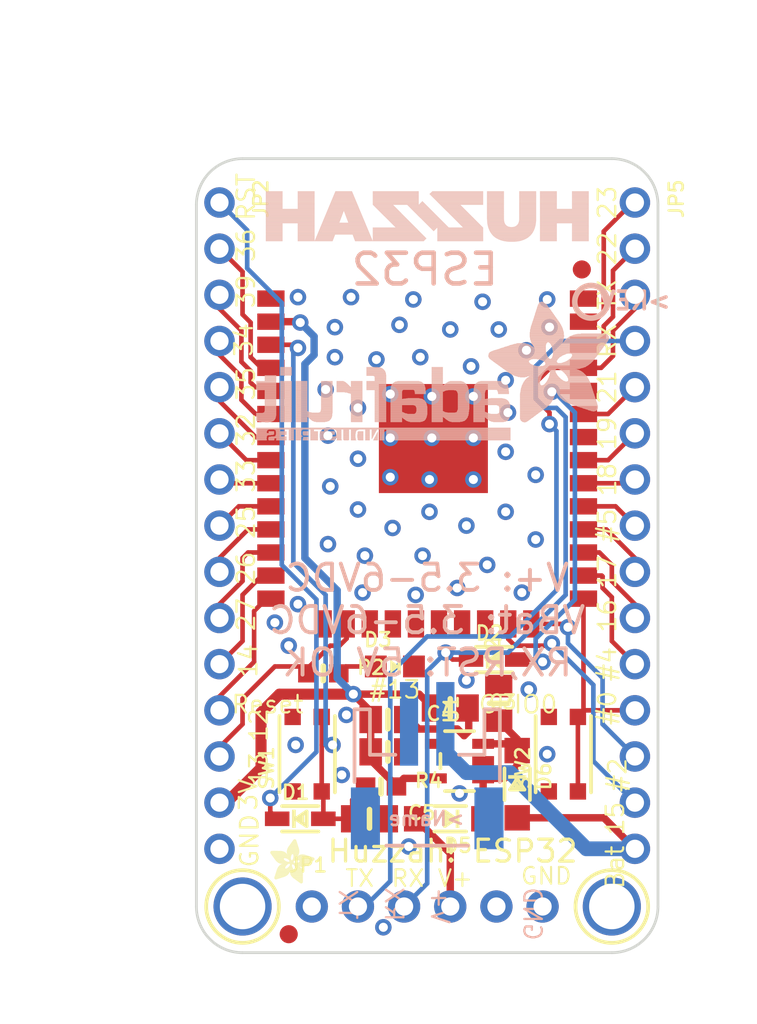
<source format=kicad_pcb>
(kicad_pcb (version 20171130) (host pcbnew 5.1.2-f72e74a~84~ubuntu18.04.1)
  (layers (0 Top signal) (1 Route2 signal) (2 Route3 signal) (3 Route4 signal) (4 Route5 signal) (5 Route6 signal) (6 Route7 signal) (7 Route8 signal) (8 Route9 signal) (9 Route10 signal) (10 Route11 signal) (11 Route12 signal) (12 Route13 signal) (13 Route14 signal) (14 Route15 signal) (31 Bottom signal) (34 B.Paste user) (35 F.Paste user) (36 B.SilkS user) (37 F.SilkS user) (38 B.Mask user) (39 F.Mask user) (44 Edge.Cuts user))
  (net 0 "")
  (net 1 GND)
  (net 2 VIN)
  (net 3 3.3V)
  (net 4 VBAT)
  (net 5 "Net-(U1-Pad4)")
  (net 6 "Net-(C2-Pad1)")
  (net 7 "Net-(JP1-Pad5)")
  (net 8 /RXD_5V)
  (net 9 /TXD)
  (net 10 "Net-(JP1-Pad1)")
  (net 11 /RESET)
  (net 12 /RESET_5V)
  (net 13 /RXD)
  (net 14 /GPIO0)
  (net 15 "Net-(D3-PadA)")
  (net 16 /GPIO13)
  (net 17 /GPIO23)
  (net 18 /GPIO22)
  (net 19 /GPIO21)
  (net 20 /GPIO19)
  (net 21 /GPIO18)
  (net 22 /GPIO5)
  (net 23 /GPIO17)
  (net 24 /GPIO16)
  (net 25 /GPIO4)
  (net 26 /GPIO2)
  (net 27 /GPIO15)
  (net 28 "Net-(X1-Pad22)")
  (net 29 "Net-(X1-Pad21)")
  (net 30 "Net-(X1-Pad20)")
  (net 31 "Net-(X1-Pad19)")
  (net 32 "Net-(X1-Pad18)")
  (net 33 "Net-(X1-Pad17)")
  (net 34 /GPIO12)
  (net 35 /GPIO14)
  (net 36 /GPIO27)
  (net 37 /GPIO26)
  (net 38 /GPIO25)
  (net 39 /GPIO33)
  (net 40 /GPIO32)
  (net 41 /GPI35)
  (net 42 /GPI34)
  (net 43 /GPIO39)
  (net 44 /GPIO36)
  (module "Adafruit ESP32 Huzzah Breakout:0805-NO" (layer Top) (at 146.3421 115.7986)
    (fp_text reference C1 hide)
    (fp_text value 10uF)
    (pad 2 smd rect (at 0.95 0) (size 1.24 1.5) (layers Top F.Paste F.Mask) (net 1 GND))
    (pad 1 smd rect (at -0.95 0) (size 1.24 1.5) (layers Top F.Paste F.Mask) (net 3 3.3V))
  )
  (module "Adafruit ESP32 Huzzah Breakout:SOT23-5" (layer Top) (at 150.2791 116.3066 90)
    (fp_text reference U1 (at 1.978 0 90) (layer F.SilkS) (effects (font (size 0.77216 0.77216) (thickness 0.138988)) (justify left bottom)))
    (fp_text value AP2112-3.3)
    (pad 5 smd rect (at -0.95 -1.3001 90) (size 0.55 1.2) (layers Top F.Paste F.Mask) (net 3 3.3V))
    (pad 4 smd rect (at 0.95 -1.3001 90) (size 0.55 1.2) (layers Top F.Paste F.Mask) (net 5 "Net-(U1-Pad4)"))
    (pad 3 smd rect (at 0.95 1.3001 90) (size 0.55 1.2) (layers Top F.Paste F.Mask) (net 6 "Net-(C2-Pad1)"))
    (pad 2 smd rect (at 0 1.3001 90) (size 0.55 1.2) (layers Top F.Paste F.Mask) (net 1 GND))
    (pad 1 smd rect (at -0.95 1.3001 90) (size 0.55 1.2) (layers Top F.Paste F.Mask) (net 6 "Net-(C2-Pad1)"))
  )
  (module "Adafruit ESP32 Huzzah Breakout:0805-NO" (layer Top) (at 152.4381 113.1316 90)
    (fp_text reference C2 (at 2.032 0.127 90) (layer F.SilkS) (effects (font (size 0.77216 0.77216) (thickness 0.138988)) (justify left bottom)))
    (fp_text value 10uF)
    (pad 2 smd rect (at 0.95 0 90) (size 1.24 1.5) (layers Top F.Paste F.Mask) (net 1 GND))
    (pad 1 smd rect (at -0.95 0 90) (size 1.24 1.5) (layers Top F.Paste F.Mask) (net 6 "Net-(C2-Pad1)"))
  )
  (module "Adafruit ESP32 Huzzah Breakout:MOUNTINGHOLE_2.5_PLATED" (layer Top) (at 138.3411 124.3076)
    (fp_text reference U$15 hide)
    (fp_text value MOUNTINGHOLE2.5 hide)
    (pad P$1 thru_hole circle (at 0 0) (size 3.2 3.2) (drill 2.5) (layers *.Cu *.Mask))
  )
  (module "Adafruit ESP32 Huzzah Breakout:MOUNTINGHOLE_2.5_PLATED" (layer Top) (at 158.6611 124.3076)
    (fp_text reference U$16 hide)
    (fp_text value MOUNTINGHOLE2.5 hide)
    (pad P$1 thru_hole circle (at 0 0) (size 3.2 3.2) (drill 2.5) (layers *.Cu *.Mask))
  )
  (module "Adafruit ESP32 Huzzah Breakout:FIDUCIAL_1MM" (layer Top) (at 157.0101 89.2556)
    (fp_text reference FID1 hide)
    (fp_text value FIDUCIAL_1MM hide)
    (pad 1 smd roundrect (at 0 0) (size 1 1) (layers Top F.Mask) (roundrect_rratio 0.5))
  )
  (module "Adafruit ESP32 Huzzah Breakout:FIDUCIAL_1MM" (layer Top) (at 140.8811 125.8316)
    (fp_text reference FID3 hide)
    (fp_text value FIDUCIAL_1MM hide)
    (pad 1 smd roundrect (at 0 0) (size 1 1) (layers Top F.Mask) (roundrect_rratio 0.5))
  )
  (module "Adafruit ESP32 Huzzah Breakout:1X06_ROUND_70" (layer Top) (at 148.5011 124.3076)
    (fp_text reference JP1 (at -7.6962 -1.8288) (layer F.SilkS) (effects (font (size 0.77216 0.77216) (thickness 0.138988)) (justify left bottom)))
    (fp_text value FTDI)
    (pad 6 thru_hole circle (at 6.35 0 90) (size 1.778 1.778) (drill 1) (layers *.Cu *.Mask) (net 1 GND))
    (pad 5 thru_hole circle (at 3.81 0 90) (size 1.778 1.778) (drill 1) (layers *.Cu *.Mask) (net 7 "Net-(JP1-Pad5)"))
    (pad 4 thru_hole circle (at 1.27 0 90) (size 1.778 1.778) (drill 1) (layers *.Cu *.Mask) (net 2 VIN))
    (pad 3 thru_hole circle (at -1.27 0 90) (size 1.778 1.778) (drill 1) (layers *.Cu *.Mask) (net 8 /RXD_5V))
    (pad 2 thru_hole circle (at -3.81 0 90) (size 1.778 1.778) (drill 1) (layers *.Cu *.Mask) (net 9 /TXD))
    (pad 1 thru_hole circle (at -6.35 0 90) (size 1.778 1.778) (drill 1) (layers *.Cu *.Mask) (net 10 "Net-(JP1-Pad1)"))
  )
  (module "Adafruit ESP32 Huzzah Breakout:0603-NO" (layer Top) (at 145.9611 117.7036)
    (fp_text reference R4 (at 1.778 0.127) (layer F.SilkS) (effects (font (size 0.77216 0.77216) (thickness 0.138988)) (justify left bottom)))
    (fp_text value 10K)
    (pad 2 smd rect (at 0.85 0) (size 1.075 1) (layers Top F.Paste F.Mask) (net 3 3.3V))
    (pad 1 smd rect (at -0.85 0) (size 1.075 1) (layers Top F.Paste F.Mask) (net 11 /RESET))
  )
  (module "Adafruit ESP32 Huzzah Breakout:SOD-323" (layer Top) (at 141.5161 119.4816)
    (fp_text reference D1 (at -1.1 -1) (layer F.SilkS) (effects (font (size 0.77216 0.77216) (thickness 0.138988)) (justify left bottom)))
    (fp_text value 1n4148)
    (pad A smd rect (at 1.27 0) (size 1.35 0.8) (layers Top F.Paste F.Mask) (net 11 /RESET))
    (pad C smd rect (at -1.27 0) (size 1.35 0.8) (layers Top F.Paste F.Mask) (net 12 /RESET_5V))
  )
  (module "Adafruit ESP32 Huzzah Breakout:SOD-323" (layer Top) (at 152.1841 110.7186)
    (fp_text reference D2 (at -1.1 -1) (layer F.SilkS) (effects (font (size 0.77216 0.77216) (thickness 0.138988)) (justify left bottom)))
    (fp_text value 1n4148)
    (pad A smd rect (at 1.27 0) (size 1.35 0.8) (layers Top F.Paste F.Mask) (net 13 /RXD))
    (pad C smd rect (at -1.27 0) (size 1.35 0.8) (layers Top F.Paste F.Mask) (net 8 /RXD_5V))
  )
  (module "Adafruit ESP32 Huzzah Breakout:SOD-123" (layer Top) (at 149.7711 119.4816 180)
    (fp_text reference D5 (at -1.27 -1.016) (layer F.SilkS) (effects (font (size 0.77216 0.77216) (thickness 0.138988)) (justify right top)))
    (fp_text value MBR120)
    (pad A smd rect (at 1.85 0 270) (size 1.4 1.4) (layers Top F.Paste F.Mask) (net 2 VIN))
    (pad C smd rect (at -1.85 0 270) (size 1.4 1.4) (layers Top F.Paste F.Mask) (net 6 "Net-(C2-Pad1)"))
  )
  (module "Adafruit ESP32 Huzzah Breakout:SOD-123" (layer Top) (at 153.4541 117.5766 270)
    (fp_text reference D6 (at -1.27 -1.016 90) (layer F.SilkS) (effects (font (size 0.77216 0.77216) (thickness 0.138988)) (justify right top)))
    (fp_text value MBR120)
    (pad A smd rect (at 1.85 0) (size 1.4 1.4) (layers Top F.Paste F.Mask) (net 4 VBAT))
    (pad C smd rect (at -1.85 0) (size 1.4 1.4) (layers Top F.Paste F.Mask) (net 6 "Net-(C2-Pad1)"))
  )
  (module "Adafruit ESP32 Huzzah Breakout:BTN_KMR2_4.6X2.8" (layer Top) (at 141.8971 115.9256 90)
    (fp_text reference SW1 (at -2.032 -1.778 90) (layer F.SilkS) (effects (font (size 0.77216 0.77216) (thickness 0.138988)) (justify left bottom)))
    (fp_text value KMR2)
    (pad A' smd rect (at -2.05 -0.8 90) (size 0.9 0.9) (layers Top F.Paste F.Mask) (net 1 GND))
    (pad B' smd rect (at -2.05 0.8 90) (size 0.9 0.9) (layers Top F.Paste F.Mask) (net 11 /RESET))
    (pad B smd rect (at 2.05 0.8 90) (size 0.9 0.9) (layers Top F.Paste F.Mask) (net 11 /RESET))
    (pad A smd rect (at 2.05 -0.8 90) (size 0.9 0.9) (layers Top F.Paste F.Mask) (net 1 GND))
  )
  (module "Adafruit ESP32 Huzzah Breakout:BTN_KMR2_4.6X2.8" (layer Top) (at 155.9941 115.9256 90)
    (fp_text reference SW2 (at -2.032 -1.778 90) (layer F.SilkS) (effects (font (size 0.77216 0.77216) (thickness 0.138988)) (justify left bottom)))
    (fp_text value KMR2)
    (pad A' smd rect (at -2.05 -0.8 90) (size 0.9 0.9) (layers Top F.Paste F.Mask) (net 1 GND))
    (pad B' smd rect (at -2.05 0.8 90) (size 0.9 0.9) (layers Top F.Paste F.Mask) (net 14 /GPIO0))
    (pad B smd rect (at 2.05 0.8 90) (size 0.9 0.9) (layers Top F.Paste F.Mask) (net 14 /GPIO0))
    (pad A smd rect (at 2.05 -0.8 90) (size 0.9 0.9) (layers Top F.Paste F.Mask) (net 1 GND))
  )
  (module "Adafruit ESP32 Huzzah Breakout:HUZZAHLOGO" (layer Bottom) (at 157.3911 87.7316 180)
    (fp_text reference U$2 hide)
    (fp_text value "" hide)
  )
  (module "Adafruit ESP32 Huzzah Breakout:ADAFRUIT_TEXT_20MM" (layer Bottom) (at 158.6611 98.6536 180)
    (fp_text reference U$12 hide)
    (fp_text value "" hide)
  )
  (module "Adafruit ESP32 Huzzah Breakout:PCBFEAT-REV-040" (layer Bottom) (at 157.5181 91.0336 180)
    (fp_text reference U$13 hide)
    (fp_text value "" hide)
    (fp_text user >REV (at -0.3556 -0.508 180) (layer B.SilkS) (effects (font (size 0.9652 0.9652) (thickness 0.2032)) (justify right bottom mirror)))
  )
  (module "Adafruit ESP32 Huzzah Breakout:CHIPLED_0805_NOOUTLINE" (layer Top) (at 146.7231 111.0996 270)
    (fp_text reference D3 (at -1.016 1.778) (layer F.SilkS) (effects (font (size 0.77216 0.77216) (thickness 0.138988)) (justify left bottom)))
    (fp_text value RED)
    (pad A smd rect (at 0 1.05 270) (size 1.2 1.2) (layers Top F.Paste F.Mask) (net 15 "Net-(D3-PadA)"))
    (pad C smd rect (at 0 -1.05 270) (size 1.2 1.2) (layers Top F.Paste F.Mask) (net 1 GND))
  )
  (module "Adafruit ESP32 Huzzah Breakout:0603-NO" (layer Top) (at 142.7861 111.4806)
    (fp_text reference R2 (at 1.778 0.127) (layer F.SilkS) (effects (font (size 0.77216 0.77216) (thickness 0.138988)) (justify left bottom)))
    (fp_text value 1K)
    (pad 2 smd rect (at 0.85 0) (size 1.075 1) (layers Top F.Paste F.Mask) (net 15 "Net-(D3-PadA)"))
    (pad 1 smd rect (at -0.85 0) (size 1.075 1) (layers Top F.Paste F.Mask) (net 16 /GPIO13))
  )
  (module "Adafruit ESP32 Huzzah Breakout:ADAFRUIT_2.5MM" (layer Top) (at 139.8651 123.0376)
    (fp_text reference U$3 hide)
    (fp_text value "" hide)
  )
  (module "Adafruit ESP32 Huzzah Breakout:WROOM32" (layer Top) (at 148.5011 95.8596)
    (fp_text reference X1 hide)
    (fp_text value ESP32_WROOM32 hide)
    (pad P$1 smd rect (at 0.34 2.7) (size 6 6) (layers Top F.Paste F.Mask) (net 1 GND))
    (pad 38 smd rect (at 8.6 -5) (size 1.5 0.9) (layers Top F.Paste F.Mask) (net 1 GND))
    (pad 37 smd rect (at 8.6 -3.73) (size 1.5 0.9) (layers Top F.Paste F.Mask) (net 17 /GPIO23))
    (pad 36 smd rect (at 8.6 -2.46) (size 1.5 0.9) (layers Top F.Paste F.Mask) (net 18 /GPIO22))
    (pad 35 smd rect (at 8.6 -1.19) (size 1.5 0.9) (layers Top F.Paste F.Mask) (net 9 /TXD))
    (pad 34 smd rect (at 8.6 0.08) (size 1.5 0.9) (layers Top F.Paste F.Mask) (net 13 /RXD))
    (pad 33 smd rect (at 8.6 1.35) (size 1.5 0.9) (layers Top F.Paste F.Mask) (net 19 /GPIO21))
    (pad 32 smd rect (at 8.6 2.62) (size 1.5 0.9) (layers Top F.Paste F.Mask))
    (pad 31 smd rect (at 8.6 3.89) (size 1.5 0.9) (layers Top F.Paste F.Mask) (net 20 /GPIO19))
    (pad 30 smd rect (at 8.6 5.16) (size 1.5 0.9) (layers Top F.Paste F.Mask) (net 21 /GPIO18))
    (pad 29 smd rect (at 8.6 6.43) (size 1.5 0.9) (layers Top F.Paste F.Mask) (net 22 /GPIO5))
    (pad 28 smd rect (at 8.6 7.7) (size 1.5 0.9) (layers Top F.Paste F.Mask) (net 23 /GPIO17))
    (pad 27 smd rect (at 8.6 8.97) (size 1.5 0.9) (layers Top F.Paste F.Mask) (net 24 /GPIO16))
    (pad 26 smd rect (at 8.6 10.24) (size 1.5 0.9) (layers Top F.Paste F.Mask) (net 25 /GPIO4))
    (pad 25 smd rect (at 8.6 11.51) (size 1.5 0.9) (layers Top F.Paste F.Mask) (net 14 /GPIO0))
    (pad 24 smd rect (at 5.73 12.9 270) (size 1.5 0.9) (layers Top F.Paste F.Mask) (net 26 /GPIO2))
    (pad 23 smd rect (at 4.46 12.9 270) (size 1.5 0.9) (layers Top F.Paste F.Mask) (net 27 /GPIO15))
    (pad 22 smd rect (at 3.19 12.9 270) (size 1.5 0.9) (layers Top F.Paste F.Mask) (net 28 "Net-(X1-Pad22)"))
    (pad 21 smd rect (at 1.92 12.9 270) (size 1.5 0.9) (layers Top F.Paste F.Mask) (net 29 "Net-(X1-Pad21)"))
    (pad 20 smd rect (at 0.65 12.9 270) (size 1.5 0.9) (layers Top F.Paste F.Mask) (net 30 "Net-(X1-Pad20)"))
    (pad 19 smd rect (at -0.62 12.9 270) (size 1.5 0.9) (layers Top F.Paste F.Mask) (net 31 "Net-(X1-Pad19)"))
    (pad 18 smd rect (at -1.89 12.9 270) (size 1.5 0.9) (layers Top F.Paste F.Mask) (net 32 "Net-(X1-Pad18)"))
    (pad 17 smd rect (at -3.16 12.9 270) (size 1.5 0.9) (layers Top F.Paste F.Mask) (net 33 "Net-(X1-Pad17)"))
    (pad 16 smd rect (at -4.43 12.9 270) (size 1.5 0.9) (layers Top F.Paste F.Mask) (net 16 /GPIO13))
    (pad 15 smd rect (at -5.7 12.9 270) (size 1.5 0.9) (layers Top F.Paste F.Mask) (net 1 GND))
    (pad 14 smd rect (at -8.6 11.51 180) (size 1.5 0.9) (layers Top F.Paste F.Mask) (net 34 /GPIO12))
    (pad 13 smd rect (at -8.6 10.24 180) (size 1.5 0.9) (layers Top F.Paste F.Mask) (net 35 /GPIO14))
    (pad 12 smd rect (at -8.6 8.97 180) (size 1.5 0.9) (layers Top F.Paste F.Mask) (net 36 /GPIO27))
    (pad 11 smd rect (at -8.6 7.7 180) (size 1.5 0.9) (layers Top F.Paste F.Mask) (net 37 /GPIO26))
    (pad 10 smd rect (at -8.6 6.43 180) (size 1.5 0.9) (layers Top F.Paste F.Mask) (net 38 /GPIO25))
    (pad 9 smd rect (at -8.6 5.16 180) (size 1.5 0.9) (layers Top F.Paste F.Mask) (net 39 /GPIO33))
    (pad 8 smd rect (at -8.6 3.89 180) (size 1.5 0.9) (layers Top F.Paste F.Mask) (net 40 /GPIO32))
    (pad 7 smd rect (at -8.6 2.62 180) (size 1.5 0.9) (layers Top F.Paste F.Mask) (net 41 /GPI35))
    (pad 6 smd rect (at -8.6 1.35 180) (size 1.5 0.9) (layers Top F.Paste F.Mask) (net 42 /GPI34))
    (pad 5 smd rect (at -8.6 0.08 180) (size 1.5 0.9) (layers Top F.Paste F.Mask) (net 43 /GPIO39))
    (pad 4 smd rect (at -8.6 -1.19 180) (size 1.5 0.9) (layers Top F.Paste F.Mask) (net 44 /GPIO36))
    (pad 3 smd rect (at -8.6 -2.46 180) (size 1.5 0.9) (layers Top F.Paste F.Mask) (net 11 /RESET))
    (pad 2 smd rect (at -8.6 -3.73 180) (size 1.5 0.9) (layers Top F.Paste F.Mask) (net 3 3.3V))
    (pad 1 smd rect (at -8.6 -5 180) (size 1.5 0.9) (layers Top F.Paste F.Mask) (net 1 GND))
  )
  (module "Adafruit ESP32 Huzzah Breakout:1X15_ROUND_70" (layer Top) (at 159.9311 103.3526 270)
    (fp_text reference JP5 (at -19.1262 -1.8288 90) (layer F.SilkS) (effects (font (size 0.77216 0.77216) (thickness 0.138988)) (justify right top)))
    (fp_text value HEADER-1X15)
    (pad 15 thru_hole circle (at 17.78 0) (size 1.6764 1.6764) (drill 1) (layers *.Cu *.Mask) (net 4 VBAT))
    (pad 14 thru_hole circle (at 15.24 0) (size 1.6764 1.6764) (drill 1) (layers *.Cu *.Mask) (net 27 /GPIO15))
    (pad 13 thru_hole circle (at 12.7 0) (size 1.6764 1.6764) (drill 1) (layers *.Cu *.Mask) (net 26 /GPIO2))
    (pad 12 thru_hole circle (at 10.16 0) (size 1.6764 1.6764) (drill 1) (layers *.Cu *.Mask) (net 14 /GPIO0))
    (pad 11 thru_hole circle (at 7.62 0) (size 1.6764 1.6764) (drill 1) (layers *.Cu *.Mask) (net 25 /GPIO4))
    (pad 10 thru_hole circle (at 5.08 0) (size 1.6764 1.6764) (drill 1) (layers *.Cu *.Mask) (net 24 /GPIO16))
    (pad 9 thru_hole circle (at 2.54 0) (size 1.6764 1.6764) (drill 1) (layers *.Cu *.Mask) (net 23 /GPIO17))
    (pad 8 thru_hole circle (at 0 0) (size 1.6764 1.6764) (drill 1) (layers *.Cu *.Mask) (net 22 /GPIO5))
    (pad 7 thru_hole circle (at -2.54 0) (size 1.6764 1.6764) (drill 1) (layers *.Cu *.Mask) (net 21 /GPIO18))
    (pad 6 thru_hole circle (at -5.08 0) (size 1.6764 1.6764) (drill 1) (layers *.Cu *.Mask) (net 20 /GPIO19))
    (pad 5 thru_hole circle (at -7.62 0) (size 1.6764 1.6764) (drill 1) (layers *.Cu *.Mask) (net 19 /GPIO21))
    (pad 4 thru_hole circle (at -10.16 0) (size 1.6764 1.6764) (drill 1) (layers *.Cu *.Mask) (net 8 /RXD_5V))
    (pad 3 thru_hole circle (at -12.7 0) (size 1.6764 1.6764) (drill 1) (layers *.Cu *.Mask) (net 9 /TXD))
    (pad 2 thru_hole circle (at -15.24 0) (size 1.6764 1.6764) (drill 1) (layers *.Cu *.Mask) (net 18 /GPIO22))
    (pad 1 thru_hole circle (at -17.78 0) (size 1.6764 1.6764) (drill 1) (layers *.Cu *.Mask) (net 17 /GPIO23))
  )
  (module "Adafruit ESP32 Huzzah Breakout:0805-NO" (layer Top) (at 149.7711 113.3856)
    (fp_text reference C3 (at 2.032 0.127) (layer F.SilkS) (effects (font (size 0.77216 0.77216) (thickness 0.138988)) (justify left bottom)))
    (fp_text value 10uF)
    (pad 2 smd rect (at 0.95 0) (size 1.24 1.5) (layers Top F.Paste F.Mask) (net 1 GND))
    (pad 1 smd rect (at -0.95 0) (size 1.24 1.5) (layers Top F.Paste F.Mask) (net 3 3.3V))
  )
  (module "Adafruit ESP32 Huzzah Breakout:0805-NO" (layer Top) (at 146.3421 114.0206)
    (fp_text reference C4 (at 2.032 0.127) (layer F.SilkS) (effects (font (size 0.77216 0.77216) (thickness 0.138988)) (justify left bottom)))
    (fp_text value 10uF)
    (pad 2 smd rect (at 0.95 0) (size 1.24 1.5) (layers Top F.Paste F.Mask) (net 1 GND))
    (pad 1 smd rect (at -0.95 0) (size 1.24 1.5) (layers Top F.Paste F.Mask) (net 3 3.3V))
  )
  (module "Adafruit ESP32 Huzzah Breakout:0805-NO" (layer Top) (at 145.3261 119.4816)
    (fp_text reference C5 (at 2.032 0.127) (layer F.SilkS) (effects (font (size 0.77216 0.77216) (thickness 0.138988)) (justify left bottom)))
    (fp_text value 1uF)
    (pad 2 smd rect (at 0.95 0) (size 1.24 1.5) (layers Top F.Paste F.Mask) (net 1 GND))
    (pad 1 smd rect (at -0.95 0) (size 1.24 1.5) (layers Top F.Paste F.Mask) (net 11 /RESET))
  )
  (module "Adafruit ESP32 Huzzah Breakout:1X15_ROUND_70" (layer Top) (at 137.0711 103.3526 270)
    (fp_text reference JP2 (at -19.1262 -1.8288 90) (layer F.SilkS) (effects (font (size 0.77216 0.77216) (thickness 0.138988)) (justify right top)))
    (fp_text value HEADER-1X15)
    (pad 15 thru_hole circle (at 17.78 0) (size 1.6764 1.6764) (drill 1) (layers *.Cu *.Mask) (net 1 GND))
    (pad 14 thru_hole circle (at 15.24 0) (size 1.6764 1.6764) (drill 1) (layers *.Cu *.Mask) (net 3 3.3V))
    (pad 13 thru_hole circle (at 12.7 0) (size 1.6764 1.6764) (drill 1) (layers *.Cu *.Mask) (net 16 /GPIO13))
    (pad 12 thru_hole circle (at 10.16 0) (size 1.6764 1.6764) (drill 1) (layers *.Cu *.Mask) (net 34 /GPIO12))
    (pad 11 thru_hole circle (at 7.62 0) (size 1.6764 1.6764) (drill 1) (layers *.Cu *.Mask) (net 35 /GPIO14))
    (pad 10 thru_hole circle (at 5.08 0) (size 1.6764 1.6764) (drill 1) (layers *.Cu *.Mask) (net 36 /GPIO27))
    (pad 9 thru_hole circle (at 2.54 0) (size 1.6764 1.6764) (drill 1) (layers *.Cu *.Mask) (net 37 /GPIO26))
    (pad 8 thru_hole circle (at 0 0) (size 1.6764 1.6764) (drill 1) (layers *.Cu *.Mask) (net 38 /GPIO25))
    (pad 7 thru_hole circle (at -2.54 0) (size 1.6764 1.6764) (drill 1) (layers *.Cu *.Mask) (net 39 /GPIO33))
    (pad 6 thru_hole circle (at -5.08 0) (size 1.6764 1.6764) (drill 1) (layers *.Cu *.Mask) (net 40 /GPIO32))
    (pad 5 thru_hole circle (at -7.62 0) (size 1.6764 1.6764) (drill 1) (layers *.Cu *.Mask) (net 41 /GPI35))
    (pad 4 thru_hole circle (at -10.16 0) (size 1.6764 1.6764) (drill 1) (layers *.Cu *.Mask) (net 42 /GPI34))
    (pad 3 thru_hole circle (at -12.7 0) (size 1.6764 1.6764) (drill 1) (layers *.Cu *.Mask) (net 43 /GPIO39))
    (pad 2 thru_hole circle (at -15.24 0) (size 1.6764 1.6764) (drill 1) (layers *.Cu *.Mask) (net 44 /GPIO36))
    (pad 1 thru_hole circle (at -17.78 0) (size 1.6764 1.6764) (drill 1) (layers *.Cu *.Mask) (net 12 /RESET_5V))
  )
  (module "Adafruit ESP32 Huzzah Breakout:JSTPH2" (layer Bottom) (at 148.5011 117.9576)
    (fp_text reference X2 hide)
    (fp_text value JSTPH hide)
    (fp_text user >Name (at -2.2225 1.9685) (layer B.SilkS) (effects (font (size 0.77216 0.77216) (thickness 0.146304)) (justify right bottom mirror)))
    (pad NC2 smd rect (at 3.4 1.5 270) (size 3.4 1.6) (layers Bottom B.Paste B.Mask))
    (pad NC1 smd rect (at -3.4 1.5 270) (size 3.4 1.6) (layers Bottom B.Paste B.Mask))
    (pad 2 smd rect (at 1 -3.7) (size 1 4.6) (layers Bottom B.Paste B.Mask) (net 4 VBAT))
    (pad 1 smd rect (at -1 -3.7) (size 1 4.6) (layers Bottom B.Paste B.Mask) (net 1 GND))
  )
  (gr_line (start 135.8011 85.6996) (end 135.8011 124.3076) (layer Edge.Cuts) (width 0.15))
  (gr_arc (start 138.3411 124.3076) (end 135.8011 124.3076) (angle -90) (layer Edge.Cuts) (width 0.15))
  (gr_line (start 138.3411 126.8476) (end 158.6611 126.8476) (layer Edge.Cuts) (width 0.15))
  (gr_arc (start 158.6611 124.3076) (end 158.6611 126.8476) (angle -90) (layer Edge.Cuts) (width 0.15))
  (gr_line (start 161.2011 124.3076) (end 161.2011 85.6996) (layer Edge.Cuts) (width 0.15))
  (gr_arc (start 158.6611 85.6996) (end 161.2011 85.6996) (angle -90) (layer Edge.Cuts) (width 0.15))
  (gr_line (start 158.6611 83.1596) (end 138.3411 83.1596) (layer Edge.Cuts) (width 0.15))
  (gr_arc (start 138.3411 85.6996) (end 138.3411 83.1596) (angle -90) (layer Edge.Cuts) (width 0.15))
  (gr_text GND (at 153.5811 123.1646) (layer F.SilkS) (effects (font (size 0.91694 0.91694) (thickness 0.115824)) (justify left bottom)))
  (gr_text V+ (at 149.0091 123.2916) (layer F.SilkS) (effects (font (size 0.91694 0.91694) (thickness 0.115824)) (justify left bottom)))
  (gr_text TX (at 143.9291 123.2916) (layer F.SilkS) (effects (font (size 0.91694 0.91694) (thickness 0.115824)) (justify left bottom)))
  (gr_text RX (at 146.4691 123.2916) (layer F.SilkS) (effects (font (size 0.91694 0.91694) (thickness 0.115824)) (justify left bottom)))
  (gr_text RST (at 138.5316 85.2551 90) (layer F.SilkS) (effects (font (size 0.9652 0.9652) (thickness 0.12192))))
  (gr_text 36 (at 138.5316 87.9221 90) (layer F.SilkS) (effects (font (size 0.9652 0.9652) (thickness 0.12192))))
  (gr_text 27 (at 138.5316 108.2421 90) (layer F.SilkS) (effects (font (size 0.9652 0.9652) (thickness 0.12192))))
  (gr_text 34 (at 138.4046 93.1291 90) (layer F.SilkS) (effects (font (size 0.9652 0.9652) (thickness 0.12192))))
  (gr_text 35 (at 138.5316 95.5421 90) (layer F.SilkS) (effects (font (size 0.9652 0.9652) (thickness 0.12192))))
  (gr_text 32 (at 138.5316 98.0821 90) (layer F.SilkS) (effects (font (size 0.9652 0.9652) (thickness 0.12192))))
  (gr_text 33 (at 138.5316 100.6221 90) (layer F.SilkS) (effects (font (size 0.9652 0.9652) (thickness 0.12192))))
  (gr_text 26 (at 138.5316 105.7021 90) (layer F.SilkS) (effects (font (size 0.9652 0.9652) (thickness 0.12192))))
  (gr_text Bat (at 158.2801 120.8786 90) (layer F.SilkS) (effects (font (size 0.9652 0.9652) (thickness 0.12192)) (justify right top)))
  (gr_text GND (at 138.7221 120.6881 90) (layer F.SilkS) (effects (font (size 0.9652 0.9652) (thickness 0.12192))))
  (gr_text Reset (at 141.7701 112.6236) (layer F.SilkS) (effects (font (size 0.9652 0.9652) (thickness 0.12192)) (justify right top)))
  (gr_text "#4" (at 158.4071 110.9726 90) (layer F.SilkS) (effects (font (size 0.9652 0.9652) (thickness 0.12192))))
  (gr_text "#5" (at 158.4071 103.3526 90) (layer F.SilkS) (effects (font (size 0.9652 0.9652) (thickness 0.12192))))
  (gr_text "#0" (at 158.4071 113.3856 90) (layer F.SilkS) (effects (font (size 0.9652 0.9652) (thickness 0.12192))))
  (gr_text "#2" (at 158.4071 116.0526 90) (layer F.SilkS) (effects (font (size 0.9652 0.9652) (thickness 0.12192)) (justify right top)))
  (gr_text 15 (at 158.2801 118.4656 90) (layer F.SilkS) (effects (font (size 0.9652 0.9652) (thickness 0.12192)) (justify right top)))
  (gr_text 3V (at 138.6586 118.1481 90) (layer F.SilkS) (effects (font (size 0.9652 0.9652) (thickness 0.12192))))
  (gr_text 12 (at 138.6586 113.3221 90) (layer F.SilkS) (effects (font (size 0.9652 0.9652) (thickness 0.12192)) (justify right top)))
  (gr_text 16 (at 158.4071 108.3056 90) (layer F.SilkS) (effects (font (size 0.9652 0.9652) (thickness 0.12192))))
  (gr_text GPIO0 (at 155.7401 112.6236) (layer F.SilkS) (effects (font (size 0.9652 0.9652) (thickness 0.12192)) (justify right top)))
  (gr_text "V+: 3.5-6VDC\nVBat: 3.5-6VDC\nRX,RST: 5V OK" (at 148.5011 108.5596) (layer B.SilkS) (effects (font (size 1.4478 1.4478) (thickness 0.21336)) (justify mirror)))
  (gr_text 25 (at 138.5316 103.1621 90) (layer F.SilkS) (effects (font (size 0.9652 0.9652) (thickness 0.12192))))
  (gr_text 14 (at 138.6586 110.7821 90) (layer F.SilkS) (effects (font (size 0.9652 0.9652) (thickness 0.12192))))
  (gr_text 17 (at 158.4071 105.8926 90) (layer F.SilkS) (effects (font (size 0.9652 0.9652) (thickness 0.12192))))
  (gr_text 18 (at 158.4071 100.8126 90) (layer F.SilkS) (effects (font (size 0.9652 0.9652) (thickness 0.12192))))
  (gr_text 19 (at 158.4071 98.2726 90) (layer F.SilkS) (effects (font (size 0.9652 0.9652) (thickness 0.12192))))
  (gr_text 21 (at 158.4071 95.7326 90) (layer F.SilkS) (effects (font (size 0.9652 0.9652) (thickness 0.12192))))
  (gr_text RX (at 158.4071 93.1926 90) (layer F.SilkS) (effects (font (size 0.9652 0.9652) (thickness 0.12192))))
  (gr_text TX (at 158.4071 90.6526 90) (layer F.SilkS) (effects (font (size 0.9652 0.9652) (thickness 0.12192))))
  (gr_text 22 (at 158.4071 88.1126 90) (layer F.SilkS) (effects (font (size 0.9652 0.9652) (thickness 0.12192))))
  (gr_text 23 (at 158.4071 85.5726 90) (layer F.SilkS) (effects (font (size 0.9652 0.9652) (thickness 0.12192))))
  (gr_text 39 (at 138.5316 90.4621 90) (layer F.SilkS) (effects (font (size 0.9652 0.9652) (thickness 0.12192))))
  (gr_text 13 (at 138.6586 115.7351 90) (layer F.SilkS) (effects (font (size 0.9652 0.9652) (thickness 0.12192)) (justify right top)))
  (gr_text "#13" (at 146.7231 112.3696) (layer F.SilkS) (effects (font (size 0.9652 0.9652) (thickness 0.12192))))
  (gr_text "Huzzah! ESP32" (at 149.8981 121.2596) (layer F.SilkS) (effects (font (size 1.2065 1.2065) (thickness 0.1778))))
  (gr_text V+ (at 149.7711 123.1646 -90) (layer B.SilkS) (effects (font (size 0.9652 0.9652) (thickness 0.12192)) (justify right top mirror)))
  (gr_text RX (at 147.2311 123.1646 -90) (layer B.SilkS) (effects (font (size 0.9652 0.9652) (thickness 0.12192)) (justify right top mirror)))
  (gr_text TX (at 144.6911 123.2916 -90) (layer B.SilkS) (effects (font (size 0.9652 0.9652) (thickness 0.12192)) (justify right top mirror)))
  (gr_text GND (at 154.8511 123.1646 -90) (layer B.SilkS) (effects (font (size 0.9652 0.9652) (thickness 0.12192)) (justify right top mirror)))
  (gr_text ESP32 (at 148.3741 89.2556) (layer B.SilkS) (effects (font (size 1.6891 1.6891) (thickness 0.24892)) (justify mirror)))
  (via (at 155.1051 115.9256) (size 0.9064) (drill 0.5) (layers Top Bottom) (net 1))
  (via (at 150.6601 111.8616) (size 0.9064) (drill 0.5) (layers Top Bottom) (net 1))
  (via (at 154.0891 112.3696) (size 0.9064) (drill 0.5) (layers Top Bottom) (net 1))
  (via (at 146.0881 125.4506) (size 0.9064) (drill 0.5) (layers Top Bottom) (net 1))
  (via (at 144.0561 113.7666) (size 0.9064) (drill 0.5) (layers Top Bottom) (net 1))
  (via (at 150.2791 118.0846) (size 0.9064) (drill 0.5) (layers Top Bottom) (net 1))
  (via (at 141.2621 115.4176) (size 0.9064) (drill 0.5) (layers Top Bottom) (net 1))
  (via (at 144.9451 107.0356) (size 0.9064) (drill 0.5) (layers Top Bottom) (net 1))
  (via (at 147.8661 107.1626) (size 0.9064) (drill 0.5) (layers Top Bottom) (net 1))
  (via (at 148.2471 105.0036) (size 0.9064) (drill 0.5) (layers Top Bottom) (net 1))
  (via (at 143.0401 98.3996) (size 0.9064) (drill 0.5) (layers Top Bottom) (net 1))
  (via (at 144.6911 99.6696) (size 0.9064) (drill 0.5) (layers Top Bottom) (net 1))
  (via (at 152.8191 95.3516) (size 0.9064) (drill 0.5) (layers Top Bottom) (net 1))
  (via (at 154.4701 100.5586) (size 0.9064) (drill 0.5) (layers Top Bottom) (net 1))
  (via (at 153.9621 93.7006) (size 0.9064) (drill 0.5) (layers Top Bottom) (net 1))
  (via (at 150.9141 94.5896) (size 0.9064) (drill 0.5) (layers Top Bottom) (net 1))
  (via (at 155.2321 92.4306) (size 0.9064) (drill 0.5) (layers Top Bottom) (net 1))
  (via (at 155.1051 90.9066) (size 0.9064) (drill 0.5) (layers Top Bottom) (net 1))
  (via (at 151.5491 91.0336) (size 0.9064) (drill 0.5) (layers Top Bottom) (net 1))
  (via (at 147.7391 90.9066) (size 0.9064) (drill 0.5) (layers Top Bottom) (net 1))
  (via (at 144.3101 90.7796) (size 0.9064) (drill 0.5) (layers Top Bottom) (net 1))
  (via (at 141.3891 90.7796) (size 0.9064) (drill 0.5) (layers Top Bottom) (net 1))
  (via (at 143.4211 92.4306) (size 0.9064) (drill 0.5) (layers Top Bottom) (net 1))
  (via (at 143.4211 94.0816) (size 0.9064) (drill 0.5) (layers Top Bottom) (net 1))
  (via (at 143.1671 101.1936) (size 0.9064) (drill 0.5) (layers Top Bottom) (net 1))
  (via (at 149.7711 92.5576) (size 0.9064) (drill 0.5) (layers Top Bottom) (net 1))
  (via (at 152.4381 92.5576) (size 0.9064) (drill 0.5) (layers Top Bottom) (net 1))
  (via (at 140.8811 109.9566) (size 0.9064) (drill 0.5) (layers Top Bottom) (net 1))
  (via (at 140.1191 108.6866) (size 0.9064) (drill 0.5) (layers Top Bottom) (net 1))
  (via (at 141.3891 107.6706) (size 0.9064) (drill 0.5) (layers Top Bottom) (net 1))
  (via (at 143.8021 117.0686) (size 0.9064) (drill 0.5) (layers Top Bottom) (net 1))
  (via (at 154.4701 104.1146) (size 0.9064) (drill 0.5) (layers Top Bottom) (net 1))
  (via (at 151.8031 105.5116) (size 0.9064) (drill 0.5) (layers Top Bottom) (net 1))
  (via (at 146.4691 96.1136) (size 0.9064) (drill 0.5) (layers Top Bottom) (net 1))
  (via (at 146.4691 98.5266) (size 0.9064) (drill 0.5) (layers Top Bottom) (net 1))
  (via (at 146.4691 100.6856) (size 0.9064) (drill 0.5) (layers Top Bottom) (net 1))
  (via (at 148.6281 100.8126) (size 0.9064) (drill 0.5) (layers Top Bottom) (net 1))
  (via (at 151.0411 100.8126) (size 0.9064) (drill 0.5) (layers Top Bottom) (net 1))
  (via (at 151.0411 98.5266) (size 0.9064) (drill 0.5) (layers Top Bottom) (net 1))
  (via (at 151.0411 96.2406) (size 0.9064) (drill 0.5) (layers Top Bottom) (net 1))
  (via (at 148.7551 96.2406) (size 0.9064) (drill 0.5) (layers Top Bottom) (net 1))
  (via (at 148.7551 98.5266) (size 0.9064) (drill 0.5) (layers Top Bottom) (net 1))
  (via (at 153.7081 107.0356) (size 0.9064) (drill 0.5) (layers Top Bottom) (net 1))
  (via (at 143.0401 104.3686) (size 0.9064) (drill 0.5) (layers Top Bottom) (net 1))
  (via (at 144.6911 102.4636) (size 0.9064) (drill 0.5) (layers Top Bottom) (net 1))
  (via (at 148.6281 102.5906) (size 0.9064) (drill 0.5) (layers Top Bottom) (net 1))
  (via (at 146.5961 103.4796) (size 0.9064) (drill 0.5) (layers Top Bottom) (net 1))
  (via (at 145.0721 105.0036) (size 0.9064) (drill 0.5) (layers Top Bottom) (net 1))
  (via (at 146.9771 92.3036) (size 0.9064) (drill 0.5) (layers Top Bottom) (net 1))
  (via (at 152.8191 102.5906) (size 0.9064) (drill 0.5) (layers Top Bottom) (net 1))
  (via (at 152.8191 99.2886) (size 0.9064) (drill 0.5) (layers Top Bottom) (net 1))
  (via (at 148.1201 94.0816) (size 0.9064) (drill 0.5) (layers Top Bottom) (net 1))
  (via (at 152.9461 97.1296) (size 0.9064) (drill 0.5) (layers Top Bottom) (net 1))
  (via (at 150.1521 106.7816) (size 0.9064) (drill 0.5) (layers Top Bottom) (net 1))
  (via (at 150.6601 103.3526) (size 0.9064) (drill 0.5) (layers Top Bottom) (net 1))
  (via (at 145.7071 94.2086) (size 0.9064) (drill 0.5) (layers Top Bottom) (net 1))
  (via (at 144.6911 96.8756) (size 0.9064) (drill 0.5) (layers Top Bottom) (net 1))
  (via (at 142.9131 95.8596) (size 0.9064) (drill 0.5) (layers Top Bottom) (net 1))
  (via (at 147.4851 121.0056) (size 0.9064) (drill 0.5) (layers Top Bottom) (net 1))
  (segment (start 147.2921 114.0206) (end 147.511362 114.0206) (width 0.4064) (layer Top) (net 1))
  (segment (start 150.1655 114.542) (end 150.5331 114.9096) (width 0.4064) (layer Top) (net 1))
  (segment (start 147.511362 114.0206) (end 148.032762 114.542) (width 0.4064) (layer Top) (net 1))
  (segment (start 148.032762 114.542) (end 150.1655 114.542) (width 0.4064) (layer Top) (net 1))
  (segment (start 150.5331 114.9096) (end 150.7871 114.6556) (width 0.4064) (layer Top) (net 1))
  (segment (start 150.7871 113.4516) (end 150.7211 113.3856) (width 0.4064) (layer Top) (net 1))
  (segment (start 150.7871 114.6556) (end 150.7871 113.4516) (width 0.4064) (layer Top) (net 1))
  (segment (start 149.7711 121.3866) (end 149.7711 124.3076) (width 0.4064) (layer Top) (net 2))
  (segment (start 149.7711 121.3866) (end 147.9211 119.5366) (width 0.4064) (layer Top) (net 2))
  (segment (start 147.9211 119.5366) (end 147.9211 119.4816) (width 0.4064) (layer Top) (net 2))
  (via (at 141.5161 92.1766) (size 0.9064) (drill 0.5) (layers Top Bottom) (net 3))
  (segment (start 141.5161 92.1766) (end 141.4691 92.1296) (width 0.4064) (layer Top) (net 3))
  (segment (start 141.4691 92.1296) (end 139.9011 92.1296) (width 0.4064) (layer Top) (net 3))
  (segment (start 145.3921 115.7986) (end 145.3921 114.0206) (width 0.4064) (layer Top) (net 3))
  (segment (start 145.3921 114.0206) (end 145.3921 113.5786) (width 0.4064) (layer Top) (net 3))
  (segment (start 145.3921 113.5786) (end 144.4371 112.6236) (width 0.4064) (layer Top) (net 3))
  (via (at 144.4371 112.6236) (size 0.9064) (drill 0.5) (layers Top Bottom) (net 3))
  (segment (start 144.4371 112.6236) (end 143.5481 111.7346) (width 0.4064) (layer Bottom) (net 3))
  (segment (start 143.5481 111.7346) (end 143.5481 106.9086) (width 0.4064) (layer Bottom) (net 3))
  (segment (start 141.7701 105.1306) (end 141.7701 94.4626) (width 0.4064) (layer Bottom) (net 3))
  (segment (start 142.2781 92.9386) (end 142.2781 93.9546) (width 0.4064) (layer Bottom) (net 3))
  (segment (start 142.2781 92.9386) (end 141.5161 92.1766) (width 0.4064) (layer Bottom) (net 3))
  (segment (start 148.8211 113.3856) (end 148.0591 112.6236) (width 0.4064) (layer Top) (net 3))
  (segment (start 148.0591 112.6236) (end 144.4371 112.6236) (width 0.4064) (layer Top) (net 3))
  (segment (start 137.0711 118.5926) (end 137.4521 118.5926) (width 0.6096) (layer Top) (net 3))
  (segment (start 137.4521 118.5926) (end 139.3571 116.6876) (width 0.6096) (layer Top) (net 3))
  (segment (start 139.3571 116.6876) (end 139.3571 113.6396) (width 0.6096) (layer Top) (net 3))
  (segment (start 139.3571 113.6396) (end 140.3731 112.6236) (width 0.6096) (layer Top) (net 3))
  (segment (start 140.3731 112.6236) (end 144.4371 112.6236) (width 0.6096) (layer Top) (net 3))
  (segment (start 145.3921 115.8036) (end 145.3921 115.7986) (width 0.254) (layer Top) (net 3))
  (segment (start 142.2781 93.9546) (end 141.7701 94.4626) (width 0.4064) (layer Bottom) (net 3))
  (segment (start 143.5481 106.9086) (end 141.7701 105.1306) (width 0.4064) (layer Bottom) (net 3))
  (segment (start 145.3921 115.7986) (end 145.3921 116.2456) (width 0.4064) (layer Top) (net 3))
  (segment (start 146.8111 117.6646) (end 146.8111 117.7036) (width 0.4064) (layer Top) (net 3))
  (segment (start 145.3921 116.2456) (end 146.8111 117.6646) (width 0.4064) (layer Top) (net 3))
  (segment (start 148.979 117.2566) (end 147.2191 117.2566) (width 0.4064) (layer Top) (net 3))
  (segment (start 147.2191 117.2566) (end 146.8111 117.6646) (width 0.4064) (layer Top) (net 3))
  (segment (start 142.6971 113.8756) (end 142.6971 115.41491) (width 0.254) (layer Top) (net 11))
  (segment (start 142.6971 115.41491) (end 142.6971 117.9756) (width 0.254) (layer Top) (net 11))
  (segment (start 142.6971 115.41491) (end 142.69979 115.4176) (width 0.254) (layer Top) (net 11))
  (segment (start 142.69979 115.4176) (end 143.2941 115.4176) (width 0.254) (layer Top) (net 11))
  (via (at 143.2941 115.4176) (size 0.9064) (drill 0.5) (layers Top Bottom) (net 11))
  (segment (start 143.2941 115.4176) (end 142.9131 115.4176) (width 0.254) (layer Bottom) (net 11))
  (via (at 141.3891 93.5736) (size 0.9064) (drill 0.5) (layers Top Bottom) (net 11))
  (segment (start 141.3891 93.5736) (end 141.2151 93.3996) (width 0.254) (layer Top) (net 11))
  (segment (start 141.2151 93.3996) (end 139.9011 93.3996) (width 0.254) (layer Top) (net 11))
  (segment (start 142.9131 115.4176) (end 142.9131 107.1626) (width 0.254) (layer Bottom) (net 11))
  (segment (start 142.9131 107.1626) (end 141.1351 105.3846) (width 0.254) (layer Bottom) (net 11))
  (segment (start 141.1351 105.3846) (end 141.1351 93.8276) (width 0.254) (layer Bottom) (net 11))
  (segment (start 141.1351 93.8276) (end 141.3891 93.5736) (width 0.254) (layer Bottom) (net 11))
  (segment (start 142.6971 117.9756) (end 142.7861 118.0646) (width 0.254) (layer Top) (net 11))
  (segment (start 142.7861 118.0646) (end 142.7861 119.4816) (width 0.254) (layer Top) (net 11))
  (segment (start 144.3761 119.4816) (end 142.7861 119.4816) (width 0.254) (layer Top) (net 11))
  (segment (start 144.3761 118.4386) (end 145.1111 117.7036) (width 0.254) (layer Top) (net 11))
  (segment (start 144.3761 119.4816) (end 144.3761 118.4386) (width 0.254) (layer Top) (net 11))
  (segment (start 157.1011 104.8296) (end 157.9791 104.8296) (width 0.254) (layer Top) (net 24))
  (segment (start 157.9791 104.8296) (end 158.6611 105.5116) (width 0.254) (layer Top) (net 24))
  (segment (start 158.6611 105.5116) (end 158.6611 106.4006) (width 0.254) (layer Top) (net 24))
  (segment (start 158.6611 106.4006) (end 159.9311 107.6706) (width 0.254) (layer Top) (net 24))
  (segment (start 159.9311 107.6706) (end 159.9311 108.4326) (width 0.254) (layer Top) (net 24))
  (segment (start 139.9011 106.0996) (end 139.4041 106.0996) (width 0.254) (layer Top) (net 35))
  (segment (start 139.4041 106.0996) (end 138.3411 107.1626) (width 0.254) (layer Top) (net 35))
  (segment (start 138.3411 107.1626) (end 138.3411 109.7026) (width 0.254) (layer Top) (net 35))
  (segment (start 138.3411 109.7026) (end 137.0711 110.9726) (width 0.254) (layer Top) (net 35))
  (segment (start 139.9011 107.3696) (end 139.6581 107.3696) (width 0.254) (layer Top) (net 34))
  (segment (start 139.6581 107.3696) (end 138.9761 108.0516) (width 0.254) (layer Top) (net 34))
  (segment (start 138.9761 108.0516) (end 138.9761 110.8456) (width 0.254) (layer Top) (net 34))
  (segment (start 138.9761 110.8456) (end 137.0711 112.7506) (width 0.254) (layer Top) (net 34))
  (segment (start 137.0711 112.7506) (end 137.0711 113.5126) (width 0.254) (layer Top) (net 34))
  (segment (start 144.0711 108.7596) (end 144.0711 109.5606) (width 0.254) (layer Top) (net 16))
  (segment (start 144.0711 109.5606) (end 143.6751 109.9566) (width 0.254) (layer Top) (net 16))
  (segment (start 143.6751 109.9566) (end 143.1671 109.9566) (width 0.254) (layer Top) (net 16))
  (segment (start 140.1191 111.0996) (end 142.0241 111.0996) (width 0.254) (layer Top) (net 16))
  (segment (start 142.0241 111.0996) (end 142.3171 111.0996) (width 0.254) (layer Top) (net 16))
  (segment (start 140.1191 111.0996) (end 138.3411 112.8776) (width 0.254) (layer Top) (net 16))
  (segment (start 138.3411 112.8776) (end 138.3411 114.2746) (width 0.254) (layer Top) (net 16))
  (segment (start 138.3411 114.2746) (end 137.0711 115.5446) (width 0.254) (layer Top) (net 16))
  (segment (start 137.0711 115.5446) (end 137.0711 116.0526) (width 0.254) (layer Top) (net 16))
  (segment (start 143.1671 109.9566) (end 142.0241 111.0996) (width 0.254) (layer Top) (net 16))
  (segment (start 141.9361 111.4806) (end 141.9361 111.1876) (width 0.254) (layer Top) (net 16))
  (segment (start 141.9361 111.1876) (end 142.0241 111.0996) (width 0.254) (layer Top) (net 16))
  (segment (start 157.6451 116.3066) (end 159.9311 118.5926) (width 0.254) (layer Bottom) (net 27))
  (via (at 155.3591 109.8296) (size 0.9064) (drill 0.5) (layers Top Bottom) (net 27))
  (segment (start 155.3591 109.8296) (end 157.6451 112.1156) (width 0.254) (layer Bottom) (net 27))
  (segment (start 157.6451 112.1156) (end 157.6451 116.3066) (width 0.254) (layer Bottom) (net 27))
  (segment (start 152.9611 108.7596) (end 152.9611 109.5906) (width 0.254) (layer Top) (net 27))
  (segment (start 152.9611 109.5906) (end 153.3271 109.9566) (width 0.254) (layer Top) (net 27))
  (segment (start 153.3271 109.9566) (end 155.2321 109.9566) (width 0.254) (layer Top) (net 27))
  (segment (start 155.2321 109.9566) (end 155.3591 109.8296) (width 0.254) (layer Top) (net 27))
  (segment (start 159.9311 116.0526) (end 158.1531 114.2746) (width 0.254) (layer Bottom) (net 26))
  (segment (start 158.1531 114.2746) (end 158.1531 111.7346) (width 0.254) (layer Bottom) (net 26))
  (segment (start 158.1531 111.7346) (end 156.2481 109.8296) (width 0.254) (layer Bottom) (net 26))
  (segment (start 156.2481 109.8296) (end 156.2481 108.9406) (width 0.254) (layer Bottom) (net 26))
  (via (at 156.2481 108.9406) (size 0.9064) (drill 0.5) (layers Top Bottom) (net 26))
  (segment (start 156.0671 108.7596) (end 156.2481 108.9406) (width 0.254) (layer Top) (net 26))
  (segment (start 156.0671 108.7596) (end 154.2311 108.7596) (width 0.254) (layer Top) (net 26))
  (segment (start 159.9311 113.5126) (end 157.1571 113.5126) (width 0.254) (layer Top) (net 14))
  (segment (start 157.1571 113.5126) (end 156.7941 113.8756) (width 0.254) (layer Top) (net 14))
  (segment (start 156.7941 113.8756) (end 156.7941 117.9756) (width 0.254) (layer Top) (net 14))
  (segment (start 157.1011 107.3696) (end 157.1011 113.5686) (width 0.254) (layer Top) (net 14))
  (segment (start 157.1011 113.5686) (end 156.7941 113.8756) (width 0.254) (layer Top) (net 14))
  (segment (start 157.1011 102.2896) (end 158.8681 102.2896) (width 0.254) (layer Top) (net 22))
  (segment (start 158.8681 102.2896) (end 159.9311 103.3526) (width 0.254) (layer Top) (net 22))
  (segment (start 157.1011 106.0996) (end 158.1061 106.0996) (width 0.254) (layer Top) (net 25))
  (segment (start 158.1061 106.0996) (end 158.1531 106.1466) (width 0.254) (layer Top) (net 25))
  (segment (start 158.1531 106.1466) (end 158.1531 106.7816) (width 0.254) (layer Top) (net 25))
  (segment (start 158.1531 106.7816) (end 158.6611 107.2896) (width 0.254) (layer Top) (net 25))
  (segment (start 158.6611 107.2896) (end 158.6611 109.7026) (width 0.254) (layer Top) (net 25))
  (segment (start 158.6611 109.7026) (end 159.9311 110.9726) (width 0.254) (layer Top) (net 25))
  (via (at 155.3591 95.9866) (size 0.9064) (drill 0.5) (layers Top Bottom) (net 13))
  (segment (start 155.3591 95.9866) (end 157.0541 95.9866) (width 0.254) (layer Top) (net 13))
  (segment (start 157.0541 95.9866) (end 157.1011 95.9396) (width 0.254) (layer Top) (net 13))
  (via (at 154.8511 110.8456) (size 0.9064) (drill 0.5) (layers Top Bottom) (net 13))
  (segment (start 156.6291 107.4166) (end 156.6291 97.1296) (width 0.254) (layer Bottom) (net 13))
  (segment (start 156.6291 97.1296) (end 155.4861 95.9866) (width 0.254) (layer Bottom) (net 13))
  (segment (start 155.4861 95.9866) (end 155.3591 95.9866) (width 0.254) (layer Bottom) (net 13))
  (segment (start 153.4541 110.7186) (end 154.7241 110.7186) (width 0.254) (layer Top) (net 13))
  (segment (start 154.7241 110.7186) (end 154.8511 110.8456) (width 0.254) (layer Top) (net 13))
  (segment (start 156.6291 107.4166) (end 154.4701 109.5756) (width 0.254) (layer Bottom) (net 13))
  (segment (start 154.4701 109.5756) (end 154.4701 110.5916) (width 0.254) (layer Bottom) (net 13))
  (segment (start 154.4701 110.5916) (end 154.7241 110.8456) (width 0.254) (layer Bottom) (net 13))
  (segment (start 154.7241 110.8456) (end 154.8511 110.8456) (width 0.254) (layer Bottom) (net 13))
  (segment (start 157.1011 94.6696) (end 158.0731 94.6696) (width 0.254) (layer Top) (net 9))
  (segment (start 158.0731 94.6696) (end 158.7246 94.0181) (width 0.254) (layer Top) (net 9))
  (segment (start 158.7246 94.0181) (end 158.7246 92.6211) (width 0.254) (layer Top) (net 9))
  (segment (start 158.7246 92.6211) (end 159.9311 91.4146) (width 0.254) (layer Top) (net 9))
  (segment (start 159.9311 91.4146) (end 159.9311 90.6526) (width 0.254) (layer Top) (net 9))
  (segment (start 144.6911 124.3076) (end 145.0721 124.3076) (width 0.254) (layer Bottom) (net 9))
  (segment (start 149.1361 109.4486) (end 149.5171 109.4486) (width 0.254) (layer Bottom) (net 9))
  (segment (start 149.5171 109.4486) (end 153.0731 109.4486) (width 0.254) (layer Bottom) (net 9))
  (segment (start 153.0731 109.4486) (end 155.6131 106.9086) (width 0.254) (layer Bottom) (net 9))
  (segment (start 155.6131 106.9086) (end 155.6131 98.1456) (width 0.254) (layer Bottom) (net 9))
  (segment (start 155.6131 98.1456) (end 155.2321 97.7646) (width 0.254) (layer Bottom) (net 9))
  (via (at 155.2321 97.7646) (size 0.9064) (drill 0.5) (layers Top Bottom) (net 9))
  (segment (start 157.1011 94.6696) (end 155.2791 94.6696) (width 0.254) (layer Top) (net 9))
  (segment (start 155.2791 94.6696) (end 154.4701 95.4786) (width 0.254) (layer Top) (net 9))
  (segment (start 154.4701 95.4786) (end 154.4701 96.3676) (width 0.254) (layer Top) (net 9))
  (segment (start 154.4701 96.3676) (end 155.2321 97.1296) (width 0.254) (layer Top) (net 9))
  (segment (start 155.2321 97.1296) (end 155.2321 97.7646) (width 0.254) (layer Top) (net 9))
  (segment (start 145.0721 124.3076) (end 146.4691 122.9106) (width 0.254) (layer Bottom) (net 9))
  (segment (start 146.4691 122.9106) (end 146.4691 111.4806) (width 0.254) (layer Bottom) (net 9))
  (segment (start 146.4691 111.4806) (end 148.5011 109.4486) (width 0.254) (layer Bottom) (net 9))
  (segment (start 148.5011 109.4486) (end 149.1361 109.4486) (width 0.254) (layer Bottom) (net 9))
  (segment (start 142.4051 115.7986) (end 142.4051 107.4166) (width 0.254) (layer Bottom) (net 12))
  (via (at 139.8651 118.3386) (size 0.9064) (drill 0.5) (layers Top Bottom) (net 12))
  (segment (start 140.2461 119.4816) (end 139.8651 119.1006) (width 0.254) (layer Top) (net 12))
  (segment (start 139.8651 119.1006) (end 139.8651 118.3386) (width 0.254) (layer Top) (net 12))
  (segment (start 139.8651 118.3386) (end 142.4051 115.7986) (width 0.254) (layer Bottom) (net 12))
  (segment (start 142.4051 107.4166) (end 140.5001 105.5116) (width 0.254) (layer Bottom) (net 12))
  (segment (start 140.5001 105.5116) (end 140.5001 91.0971) (width 0.254) (layer Bottom) (net 12))
  (segment (start 140.5001 91.0971) (end 138.5951 89.1921) (width 0.254) (layer Bottom) (net 12))
  (segment (start 138.5951 89.1921) (end 138.5951 87.0966) (width 0.254) (layer Bottom) (net 12))
  (segment (start 138.5951 87.0966) (end 137.0711 85.5726) (width 0.254) (layer Bottom) (net 12))
  (segment (start 150.9141 110.7186) (end 149.8981 110.7186) (width 0.254) (layer Top) (net 8))
  (segment (start 149.8981 110.7186) (end 149.5171 110.3376) (width 0.254) (layer Top) (net 8))
  (via (at 149.5171 110.3376) (size 0.9064) (drill 0.5) (layers Top Bottom) (net 8))
  (segment (start 154.4701 94.5896) (end 155.8671 93.1926) (width 0.254) (layer Bottom) (net 8))
  (segment (start 155.8671 93.1926) (end 159.9311 93.1926) (width 0.254) (layer Bottom) (net 8))
  (segment (start 154.4701 94.5896) (end 154.4701 96.3676) (width 0.254) (layer Bottom) (net 8))
  (segment (start 154.4701 96.3676) (end 154.9781 96.8756) (width 0.254) (layer Bottom) (net 8))
  (segment (start 154.9781 96.8756) (end 155.6131 96.8756) (width 0.254) (layer Bottom) (net 8))
  (segment (start 155.6131 96.8756) (end 156.1211 97.3836) (width 0.254) (layer Bottom) (net 8))
  (segment (start 156.1211 97.3836) (end 156.1211 107.1626) (width 0.254) (layer Bottom) (net 8))
  (segment (start 156.1211 107.1626) (end 152.9461 110.3376) (width 0.254) (layer Bottom) (net 8))
  (segment (start 152.9461 110.3376) (end 149.5171 110.3376) (width 0.254) (layer Bottom) (net 8))
  (segment (start 147.2311 124.3076) (end 148.5011 123.0376) (width 0.254) (layer Bottom) (net 8))
  (segment (start 148.5011 123.0376) (end 148.5011 111.3536) (width 0.254) (layer Bottom) (net 8))
  (segment (start 148.5011 111.3536) (end 149.5171 110.3376) (width 0.254) (layer Bottom) (net 8))
  (segment (start 159.9311 121.1326) (end 158.2251 119.4266) (width 0.4064) (layer Top) (net 4))
  (segment (start 158.2251 119.4266) (end 153.4541 119.4266) (width 0.4064) (layer Top) (net 4))
  (segment (start 149.5011 114.2576) (end 149.5011 115.7826) (width 0.8128) (layer Bottom) (net 4))
  (segment (start 149.5011 115.7826) (end 150.6601 116.9416) (width 0.8128) (layer Bottom) (net 4))
  (segment (start 150.6601 116.9416) (end 153.0731 116.9416) (width 0.8128) (layer Bottom) (net 4))
  (segment (start 153.0731 116.9416) (end 157.2641 121.1326) (width 0.8128) (layer Bottom) (net 4))
  (segment (start 157.2641 121.1326) (end 159.9311 121.1326) (width 0.8128) (layer Bottom) (net 4))
  (segment (start 151.5792 117.2566) (end 152.7581 117.2566) (width 0.4064) (layer Top) (net 6))
  (segment (start 152.7581 117.2566) (end 153.4541 116.5606) (width 0.4064) (layer Top) (net 6))
  (segment (start 152.4381 114.0816) (end 153.4541 115.0976) (width 0.4064) (layer Top) (net 6))
  (segment (start 153.4541 115.0976) (end 153.4541 115.5446) (width 0.4064) (layer Top) (net 6))
  (segment (start 153.4541 115.5446) (end 153.4541 115.7266) (width 0.4064) (layer Top) (net 6))
  (segment (start 151.5792 115.3566) (end 153.2661 115.3566) (width 0.4064) (layer Top) (net 6))
  (segment (start 153.2661 115.3566) (end 153.4541 115.5446) (width 0.4064) (layer Top) (net 6))
  (segment (start 153.4541 116.5606) (end 153.4541 115.7266) (width 0.4064) (layer Top) (net 6))
  (segment (start 151.6211 119.4816) (end 151.5792 119.4397) (width 0.4064) (layer Top) (net 6))
  (segment (start 151.5792 119.4397) (end 151.5792 117.2566) (width 0.4064) (layer Top) (net 6))
  (segment (start 157.1011 103.5596) (end 158.3601 103.5596) (width 0.254) (layer Top) (net 23))
  (segment (start 158.3601 103.5596) (end 159.9311 105.1306) (width 0.254) (layer Top) (net 23))
  (segment (start 159.9311 105.1306) (end 159.9311 105.8926) (width 0.254) (layer Top) (net 23))
  (segment (start 157.1011 101.0196) (end 159.7241 101.0196) (width 0.254) (layer Top) (net 21))
  (segment (start 159.7241 101.0196) (end 159.9311 100.8126) (width 0.254) (layer Top) (net 21))
  (segment (start 157.1011 99.7496) (end 158.4541 99.7496) (width 0.254) (layer Top) (net 20))
  (segment (start 158.4541 99.7496) (end 159.9311 98.2726) (width 0.254) (layer Top) (net 20))
  (segment (start 157.1011 97.2096) (end 158.4541 97.2096) (width 0.254) (layer Top) (net 19))
  (segment (start 158.4541 97.2096) (end 159.9311 95.7326) (width 0.254) (layer Top) (net 19))
  (segment (start 157.1011 93.3996) (end 157.8191 93.3996) (width 0.254) (layer Top) (net 18))
  (segment (start 157.8191 93.3996) (end 158.2166 93.0021) (width 0.254) (layer Top) (net 18))
  (segment (start 158.2166 93.0021) (end 158.2166 92.3671) (width 0.254) (layer Top) (net 18))
  (segment (start 158.2166 92.3671) (end 158.7246 91.8591) (width 0.254) (layer Top) (net 18))
  (segment (start 158.7246 91.8591) (end 158.7246 89.3191) (width 0.254) (layer Top) (net 18))
  (segment (start 158.7246 89.3191) (end 159.9311 88.1126) (width 0.254) (layer Top) (net 18))
  (segment (start 157.1011 92.1296) (end 157.6921 92.1296) (width 0.254) (layer Top) (net 17))
  (segment (start 157.6921 92.1296) (end 158.2166 91.6051) (width 0.254) (layer Top) (net 17))
  (segment (start 158.2166 91.6051) (end 158.2166 87.1601) (width 0.254) (layer Top) (net 17))
  (segment (start 159.8041 85.5726) (end 159.9311 85.5726) (width 0.254) (layer Top) (net 17))
  (segment (start 159.8041 85.5726) (end 158.2166 87.1601) (width 0.254) (layer Top) (net 17))
  (segment (start 139.9011 102.2896) (end 138.1341 102.2896) (width 0.254) (layer Top) (net 38))
  (segment (start 138.1341 102.2896) (end 137.0711 103.3526) (width 0.254) (layer Top) (net 38))
  (segment (start 139.9011 103.5596) (end 138.6421 103.5596) (width 0.254) (layer Top) (net 37))
  (segment (start 138.6421 103.5596) (end 137.0711 105.1306) (width 0.254) (layer Top) (net 37))
  (segment (start 137.0711 105.1306) (end 137.0711 105.8926) (width 0.254) (layer Top) (net 37))
  (segment (start 139.9011 104.8296) (end 138.6421 104.8296) (width 0.254) (layer Top) (net 36))
  (segment (start 138.6421 104.8296) (end 138.3411 105.1306) (width 0.254) (layer Top) (net 36))
  (segment (start 138.3411 105.1306) (end 138.3411 106.4006) (width 0.254) (layer Top) (net 36))
  (segment (start 138.3411 106.4006) (end 137.0711 107.6706) (width 0.254) (layer Top) (net 36))
  (segment (start 137.0711 107.6706) (end 137.0711 108.4326) (width 0.254) (layer Top) (net 36))
  (segment (start 139.9011 99.7496) (end 138.5481 99.7496) (width 0.254) (layer Top) (net 40))
  (segment (start 138.5481 99.7496) (end 137.0711 98.2726) (width 0.254) (layer Top) (net 40))
  (segment (start 139.9011 101.0196) (end 137.2781 101.0196) (width 0.254) (layer Top) (net 39))
  (segment (start 137.2781 101.0196) (end 137.0711 100.8126) (width 0.254) (layer Top) (net 39))
  (segment (start 137.0711 93.1926) (end 137.0711 93.9546) (width 0.254) (layer Top) (net 42))
  (segment (start 137.0711 93.9546) (end 138.2776 95.1611) (width 0.254) (layer Top) (net 42))
  (segment (start 138.2776 95.1611) (end 138.2776 96.4311) (width 0.254) (layer Top) (net 42))
  (segment (start 138.2776 96.4311) (end 139.0561 97.2096) (width 0.254) (layer Top) (net 42))
  (segment (start 139.0561 97.2096) (end 139.9011 97.2096) (width 0.254) (layer Top) (net 42))
  (segment (start 137.0711 95.7326) (end 137.0711 96.4946) (width 0.254) (layer Top) (net 41))
  (segment (start 137.0711 96.4946) (end 139.0561 98.4796) (width 0.254) (layer Top) (net 41))
  (segment (start 139.0561 98.4796) (end 139.9011 98.4796) (width 0.254) (layer Top) (net 41))
  (segment (start 139.9011 94.6696) (end 139.3736 94.6696) (width 0.254) (layer Top) (net 44))
  (segment (start 139.3736 94.6696) (end 138.7856 94.0816) (width 0.254) (layer Top) (net 44))
  (segment (start 138.7856 94.0816) (end 138.7856 92.1766) (width 0.254) (layer Top) (net 44))
  (segment (start 138.7856 92.1766) (end 138.3411 91.7321) (width 0.254) (layer Top) (net 44))
  (segment (start 138.3411 91.7321) (end 138.3411 89.3826) (width 0.254) (layer Top) (net 44))
  (segment (start 138.3411 89.3826) (end 137.0711 88.1126) (width 0.254) (layer Top) (net 44))
  (segment (start 137.0711 90.6526) (end 137.0711 91.4146) (width 0.254) (layer Top) (net 43))
  (segment (start 137.0711 91.4146) (end 138.2776 92.6211) (width 0.254) (layer Top) (net 43))
  (segment (start 138.2776 92.6211) (end 138.2776 94.3356) (width 0.254) (layer Top) (net 43))
  (segment (start 138.2776 94.3356) (end 138.7856 94.8436) (width 0.254) (layer Top) (net 43))
  (segment (start 138.7856 94.8436) (end 138.7856 95.4786) (width 0.254) (layer Top) (net 43))
  (segment (start 138.7856 95.4786) (end 139.0396 95.7326) (width 0.254) (layer Top) (net 43))
  (segment (start 139.0396 95.7326) (end 139.6941 95.7326) (width 0.254) (layer Top) (net 43))
  (segment (start 139.6941 95.7326) (end 139.9011 95.9396) (width 0.254) (layer Top) (net 43))
  (segment (start 144.0171 111.0996) (end 145.6731 111.0996) (width 0.254) (layer Top) (net 15))
  (segment (start 143.6361 111.4806) (end 144.0171 111.0996) (width 0.254) (layer Top) (net 15))
)
</source>
